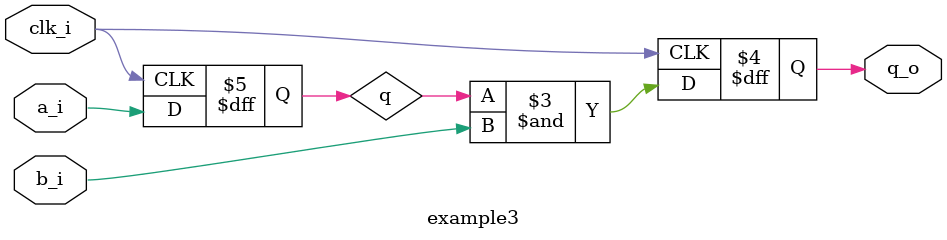
<source format=sv>
module example3(
  input  logic clk_i,
  input  logic a_i,
  input  logic b_i,
  output logic q_o
);
  logic q;

  always @(posedge clk_i) begin
    q   =     a_i;
  end

  always @(posedge clk_i) begin
    q_o = q & b_i;
  end
endmodule

</source>
